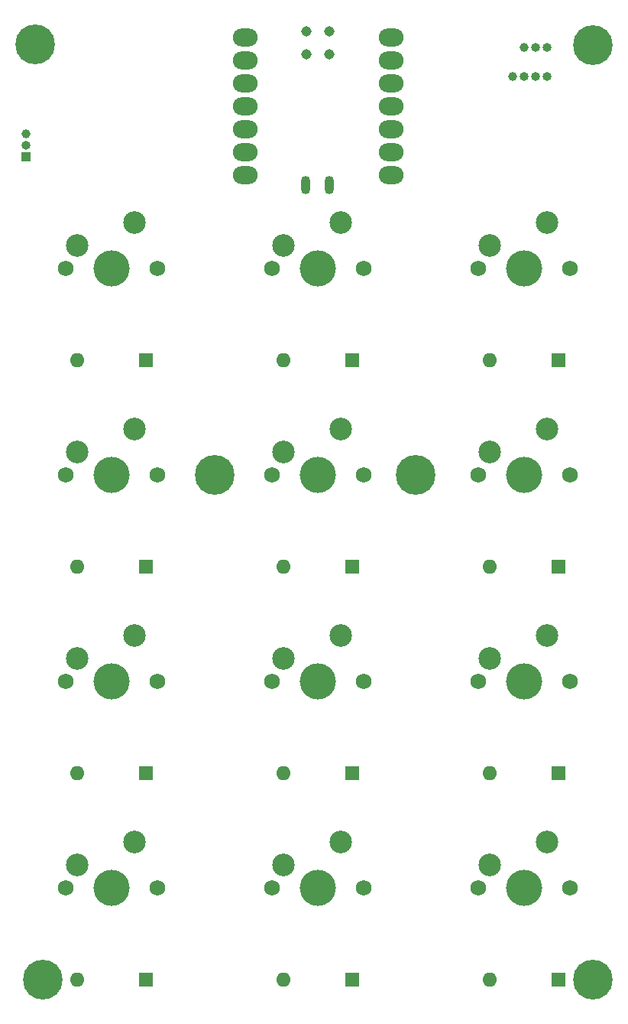
<source format=gbr>
%TF.GenerationSoftware,KiCad,Pcbnew,(6.0.4)*%
%TF.CreationDate,2022-05-16T19:34:58+01:00*%
%TF.ProjectId,Macropad v2,4d616372-6f70-4616-9420-76322e6b6963,rev?*%
%TF.SameCoordinates,Original*%
%TF.FileFunction,Soldermask,Bot*%
%TF.FilePolarity,Negative*%
%FSLAX46Y46*%
G04 Gerber Fmt 4.6, Leading zero omitted, Abs format (unit mm)*
G04 Created by KiCad (PCBNEW (6.0.4)) date 2022-05-16 19:34:58*
%MOMM*%
%LPD*%
G01*
G04 APERTURE LIST*
%ADD10R,1.600000X1.600000*%
%ADD11O,1.600000X1.600000*%
%ADD12C,1.750000*%
%ADD13C,4.000000*%
%ADD14C,2.500000*%
%ADD15C,4.400000*%
%ADD16C,0.700000*%
%ADD17C,1.000000*%
%ADD18O,1.000000X1.000000*%
%ADD19R,1.000000X1.000000*%
%ADD20O,2.748280X1.998980*%
%ADD21O,1.016000X2.032000*%
%ADD22C,1.143000*%
G04 APERTURE END LIST*
D10*
%TO.C,D16*%
X122555000Y-85407500D03*
D11*
X114935000Y-85407500D03*
%TD*%
D12*
%TO.C,SW4*%
X123825000Y-143827500D03*
D13*
X118745000Y-143827500D03*
D12*
X113665000Y-143827500D03*
D14*
X114935000Y-141287500D03*
X121285000Y-138747500D03*
%TD*%
D10*
%TO.C,D23*%
X145415000Y-153987500D03*
D11*
X137795000Y-153987500D03*
%TD*%
D10*
%TO.C,D19*%
X122555000Y-153987500D03*
D11*
X114935000Y-153987500D03*
%TD*%
D15*
%TO.C,H8*%
X172085000Y-50482500D03*
D16*
X173251726Y-51649226D03*
X172085000Y-52132500D03*
X170918274Y-51649226D03*
X173735000Y-50482500D03*
X173251726Y-49315774D03*
X170918274Y-49315774D03*
X172085000Y-48832500D03*
X170435000Y-50482500D03*
%TD*%
%TO.C,H6*%
X151233274Y-99274226D03*
X152400000Y-99757500D03*
X153566726Y-96940774D03*
D15*
X152400000Y-98107500D03*
D16*
X152400000Y-96457500D03*
X151233274Y-96940774D03*
X154050000Y-98107500D03*
X153566726Y-99274226D03*
X150750000Y-98107500D03*
%TD*%
D17*
%TO.C,J1*%
X109220000Y-60325000D03*
D18*
X109220000Y-61595000D03*
D19*
X109220000Y-62865000D03*
%TD*%
D10*
%TO.C,D21*%
X145415000Y-108267500D03*
D11*
X137795000Y-108267500D03*
%TD*%
D13*
%TO.C,SW11*%
X164465000Y-120967500D03*
D12*
X159385000Y-120967500D03*
X169545000Y-120967500D03*
D14*
X160655000Y-118427500D03*
X167005000Y-115887500D03*
%TD*%
D16*
%TO.C,H1*%
X110204840Y-52084973D03*
X108554840Y-50434973D03*
X111854840Y-50434973D03*
X111371566Y-51601699D03*
X111371566Y-49268247D03*
X109038114Y-51601699D03*
X110204840Y-48784973D03*
D15*
X110204840Y-50434973D03*
D16*
X109038114Y-49268247D03*
%TD*%
D12*
%TO.C,SW8*%
X146685000Y-143827500D03*
D13*
X141605000Y-143827500D03*
D12*
X136525000Y-143827500D03*
D14*
X137795000Y-141287500D03*
X144145000Y-138747500D03*
%TD*%
D10*
%TO.C,D22*%
X145415000Y-131127500D03*
D11*
X137795000Y-131127500D03*
%TD*%
D17*
%TO.C,J2*%
X164460000Y-50800000D03*
D18*
X165730000Y-50800000D03*
X167000000Y-50800000D03*
%TD*%
D10*
%TO.C,D24*%
X168275000Y-85407500D03*
D11*
X160655000Y-85407500D03*
%TD*%
D10*
%TO.C,D17*%
X122555000Y-108267500D03*
D11*
X114935000Y-108267500D03*
%TD*%
D10*
%TO.C,D27*%
X168275000Y-153987500D03*
D11*
X160655000Y-153987500D03*
%TD*%
D13*
%TO.C,SW9*%
X164465000Y-75247500D03*
D12*
X169545000Y-75247500D03*
X159385000Y-75247500D03*
D14*
X160655000Y-72707500D03*
X167005000Y-70167500D03*
%TD*%
D16*
%TO.C,H4*%
X170918274Y-155154226D03*
X170435000Y-153987500D03*
X170918274Y-152820774D03*
X172085000Y-152337500D03*
X173251726Y-152820774D03*
X173735000Y-153987500D03*
D15*
X172085000Y-153987500D03*
D16*
X172085000Y-155637500D03*
X173251726Y-155154226D03*
%TD*%
D10*
%TO.C,D25*%
X168275000Y-108267500D03*
D11*
X160655000Y-108267500D03*
%TD*%
D10*
%TO.C,D26*%
X168275000Y-131127500D03*
D11*
X160655000Y-131127500D03*
%TD*%
D12*
%TO.C,SW7*%
X146685000Y-120967500D03*
D13*
X141605000Y-120967500D03*
D12*
X136525000Y-120967500D03*
D14*
X137795000Y-118427500D03*
X144145000Y-115887500D03*
%TD*%
D12*
%TO.C,SW2*%
X123825000Y-98107500D03*
D13*
X118745000Y-98107500D03*
D12*
X113665000Y-98107500D03*
D14*
X114935000Y-95567500D03*
X121285000Y-93027500D03*
%TD*%
D13*
%TO.C,SW12*%
X164465000Y-143827500D03*
D12*
X169545000Y-143827500D03*
X159385000Y-143827500D03*
D14*
X160655000Y-141287500D03*
X167005000Y-138747500D03*
%TD*%
D16*
%TO.C,H3*%
X111125000Y-155637500D03*
X111125000Y-152337500D03*
X109958274Y-155154226D03*
D15*
X111125000Y-153987500D03*
D16*
X112291726Y-152820774D03*
X112291726Y-155154226D03*
X112775000Y-153987500D03*
X109958274Y-152820774D03*
X109475000Y-153987500D03*
%TD*%
D12*
%TO.C,SW6*%
X136525000Y-98107500D03*
X146685000Y-98107500D03*
D13*
X141605000Y-98107500D03*
D14*
X137795000Y-95567500D03*
X144145000Y-93027500D03*
%TD*%
D10*
%TO.C,D20*%
X145415000Y-85407500D03*
D11*
X137795000Y-85407500D03*
%TD*%
D13*
%TO.C,SW3*%
X118745000Y-120967500D03*
D12*
X113665000Y-120967500D03*
X123825000Y-120967500D03*
D14*
X114935000Y-118427500D03*
X121285000Y-115887500D03*
%TD*%
D12*
%TO.C,SW5*%
X136525000Y-75247500D03*
X146685000Y-75247500D03*
D13*
X141605000Y-75247500D03*
D14*
X137795000Y-72707500D03*
X144145000Y-70167500D03*
%TD*%
D16*
%TO.C,H5*%
X131341726Y-99274226D03*
X129008274Y-96940774D03*
X130175000Y-99757500D03*
X131341726Y-96940774D03*
D15*
X130175000Y-98107500D03*
D16*
X129008274Y-99274226D03*
X128525000Y-98107500D03*
X130175000Y-96457500D03*
X131825000Y-98107500D03*
%TD*%
D17*
%TO.C,J3*%
X163195000Y-53975000D03*
D18*
X164465000Y-53975000D03*
X165735000Y-53975000D03*
X167005000Y-53975000D03*
%TD*%
D10*
%TO.C,D18*%
X122555000Y-131127500D03*
D11*
X114935000Y-131127500D03*
%TD*%
D12*
%TO.C,SW10*%
X159385000Y-98107500D03*
X169545000Y-98107500D03*
D13*
X164465000Y-98107500D03*
D14*
X160655000Y-95567500D03*
X167005000Y-93027500D03*
%TD*%
D13*
%TO.C,SW1*%
X118745000Y-75247500D03*
D12*
X113665000Y-75247500D03*
X123825000Y-75247500D03*
D14*
X114935000Y-72707500D03*
X121285000Y-70167500D03*
%TD*%
D20*
%TO.C,U1*%
X149665820Y-49682947D03*
X149665820Y-52222947D03*
X149665820Y-54762947D03*
X149665820Y-57302947D03*
X149665820Y-59842947D03*
X149665820Y-62382947D03*
X149665820Y-64922947D03*
X133501260Y-64922947D03*
X133501260Y-62382947D03*
X133501260Y-59842947D03*
X133501260Y-57302947D03*
X133501260Y-54762947D03*
X133501260Y-52222947D03*
X133501260Y-49682947D03*
D21*
X142798940Y-66000767D03*
X140248940Y-66000767D03*
D22*
X142800137Y-48996580D03*
X140260137Y-48996580D03*
X142800137Y-51536580D03*
X140260137Y-51536580D03*
%TD*%
M02*

</source>
